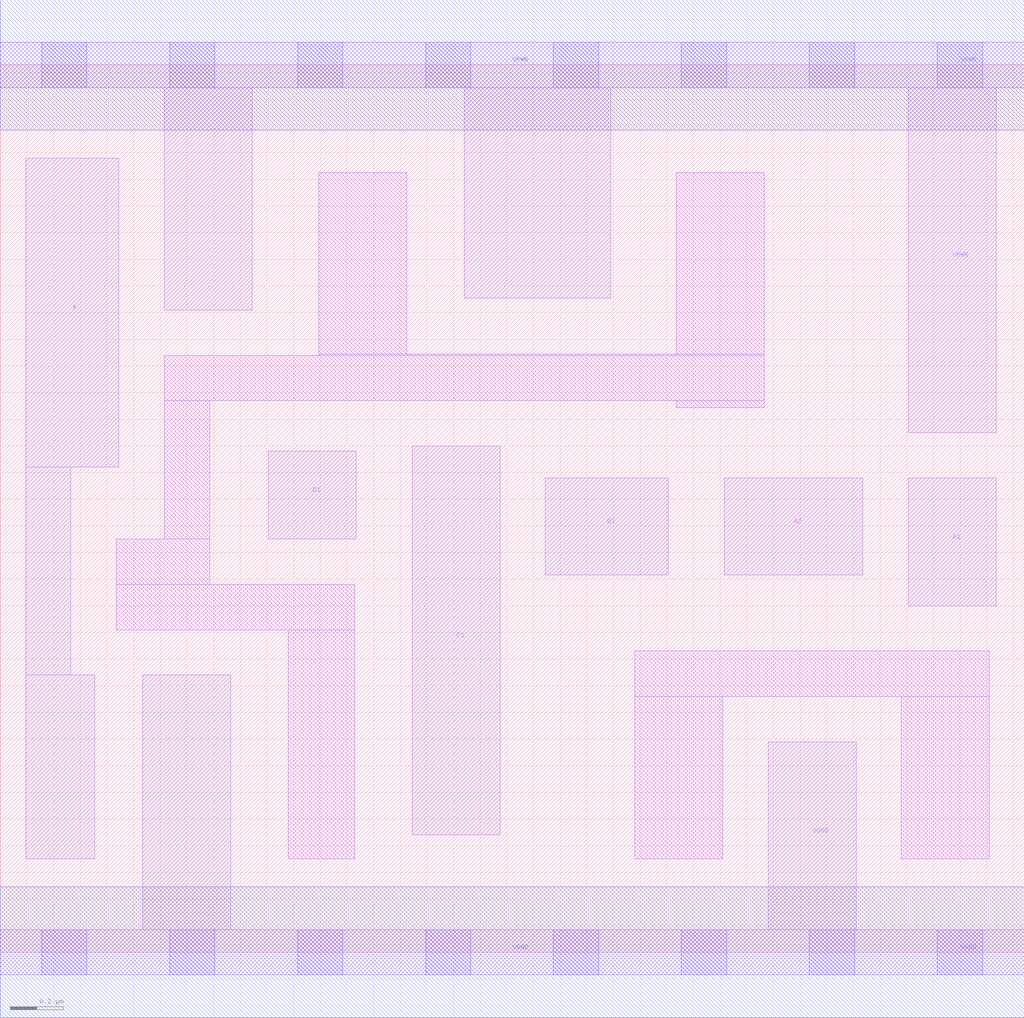
<source format=lef>
# Copyright 2020 The SkyWater PDK Authors
#
# Licensed under the Apache License, Version 2.0 (the "License");
# you may not use this file except in compliance with the License.
# You may obtain a copy of the License at
#
#     https://www.apache.org/licenses/LICENSE-2.0
#
# Unless required by applicable law or agreed to in writing, software
# distributed under the License is distributed on an "AS IS" BASIS,
# WITHOUT WARRANTIES OR CONDITIONS OF ANY KIND, either express or implied.
# See the License for the specific language governing permissions and
# limitations under the License.
#
# SPDX-License-Identifier: Apache-2.0

VERSION 5.7 ;
  NAMESCASESENSITIVE ON ;
  NOWIREEXTENSIONATPIN ON ;
  DIVIDERCHAR "/" ;
  BUSBITCHARS "[]" ;
UNITS
  DATABASE MICRONS 200 ;
END UNITS
MACRO sky130_fd_sc_ls__o2111a_1
  CLASS CORE ;
  SOURCE USER ;
  FOREIGN sky130_fd_sc_ls__o2111a_1 ;
  ORIGIN  0.000000  0.000000 ;
  SIZE  3.840000 BY  3.330000 ;
  SYMMETRY X Y ;
  SITE unit ;
  PIN A1
    ANTENNAGATEAREA  0.261000 ;
    DIRECTION INPUT ;
    USE SIGNAL ;
    PORT
      LAYER li1 ;
        RECT 3.405000 1.300000 3.735000 1.780000 ;
    END
  END A1
  PIN A2
    ANTENNAGATEAREA  0.261000 ;
    DIRECTION INPUT ;
    USE SIGNAL ;
    PORT
      LAYER li1 ;
        RECT 2.715000 1.415000 3.235000 1.780000 ;
    END
  END A2
  PIN B1
    ANTENNAGATEAREA  0.237000 ;
    DIRECTION INPUT ;
    USE SIGNAL ;
    PORT
      LAYER li1 ;
        RECT 2.045000 1.415000 2.505000 1.780000 ;
    END
  END B1
  PIN C1
    ANTENNAGATEAREA  0.237000 ;
    DIRECTION INPUT ;
    USE SIGNAL ;
    PORT
      LAYER li1 ;
        RECT 1.545000 0.440000 1.875000 1.900000 ;
    END
  END C1
  PIN D1
    ANTENNAGATEAREA  0.237000 ;
    DIRECTION INPUT ;
    USE SIGNAL ;
    PORT
      LAYER li1 ;
        RECT 1.005000 1.550000 1.335000 1.880000 ;
    END
  END D1
  PIN X
    ANTENNADIFFAREA  0.533900 ;
    DIRECTION OUTPUT ;
    USE SIGNAL ;
    PORT
      LAYER li1 ;
        RECT 0.095000 0.350000 0.355000 1.040000 ;
        RECT 0.095000 1.040000 0.265000 1.820000 ;
        RECT 0.095000 1.820000 0.445000 2.980000 ;
    END
  END X
  PIN VGND
    DIRECTION INOUT ;
    SHAPE ABUTMENT ;
    USE GROUND ;
    PORT
      LAYER li1 ;
        RECT 0.000000 -0.085000 3.840000 0.085000 ;
        RECT 0.535000  0.085000 0.865000 1.040000 ;
        RECT 2.880000  0.085000 3.210000 0.790000 ;
      LAYER mcon ;
        RECT 0.155000 -0.085000 0.325000 0.085000 ;
        RECT 0.635000 -0.085000 0.805000 0.085000 ;
        RECT 1.115000 -0.085000 1.285000 0.085000 ;
        RECT 1.595000 -0.085000 1.765000 0.085000 ;
        RECT 2.075000 -0.085000 2.245000 0.085000 ;
        RECT 2.555000 -0.085000 2.725000 0.085000 ;
        RECT 3.035000 -0.085000 3.205000 0.085000 ;
        RECT 3.515000 -0.085000 3.685000 0.085000 ;
      LAYER met1 ;
        RECT 0.000000 -0.245000 3.840000 0.245000 ;
    END
  END VGND
  PIN VPWR
    DIRECTION INOUT ;
    SHAPE ABUTMENT ;
    USE POWER ;
    PORT
      LAYER li1 ;
        RECT 0.000000 3.245000 3.840000 3.415000 ;
        RECT 0.615000 2.410000 0.945000 3.245000 ;
        RECT 1.740000 2.455000 2.290000 3.245000 ;
        RECT 3.405000 1.950000 3.735000 3.245000 ;
      LAYER mcon ;
        RECT 0.155000 3.245000 0.325000 3.415000 ;
        RECT 0.635000 3.245000 0.805000 3.415000 ;
        RECT 1.115000 3.245000 1.285000 3.415000 ;
        RECT 1.595000 3.245000 1.765000 3.415000 ;
        RECT 2.075000 3.245000 2.245000 3.415000 ;
        RECT 2.555000 3.245000 2.725000 3.415000 ;
        RECT 3.035000 3.245000 3.205000 3.415000 ;
        RECT 3.515000 3.245000 3.685000 3.415000 ;
      LAYER met1 ;
        RECT 0.000000 3.085000 3.840000 3.575000 ;
    END
  END VPWR
  OBS
    LAYER li1 ;
      RECT 0.435000 1.210000 1.330000 1.380000 ;
      RECT 0.435000 1.380000 0.785000 1.550000 ;
      RECT 0.615000 1.550000 0.785000 2.070000 ;
      RECT 0.615000 2.070000 2.865000 2.240000 ;
      RECT 1.080000 0.350000 1.330000 1.210000 ;
      RECT 1.195000 2.240000 2.865000 2.245000 ;
      RECT 1.195000 2.245000 1.525000 2.925000 ;
      RECT 2.380000 0.350000 2.710000 0.960000 ;
      RECT 2.380000 0.960000 3.710000 1.130000 ;
      RECT 2.535000 2.045000 2.865000 2.070000 ;
      RECT 2.535000 2.245000 2.865000 2.925000 ;
      RECT 3.380000 0.350000 3.710000 0.960000 ;
  END
END sky130_fd_sc_ls__o2111a_1

</source>
